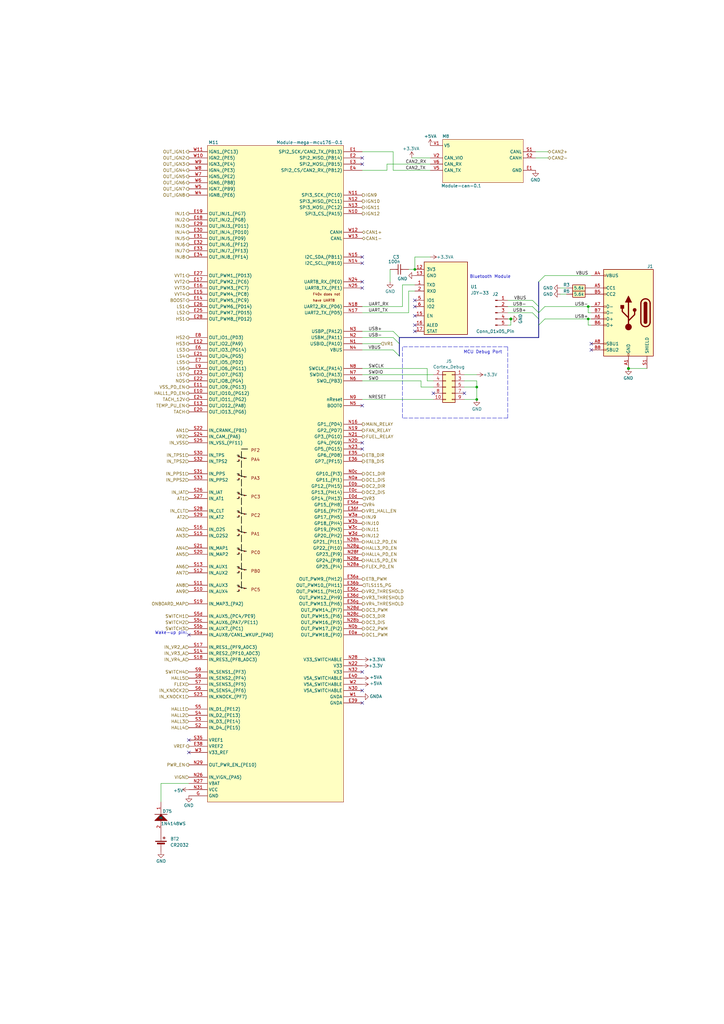
<source format=kicad_sch>
(kicad_sch (version 20230121) (generator eeschema)
  (paper "A3" portrait)
  (lib_symbols
    (symbol "Connector:Conn_01x05_Pin" (pin_names (offset 1.016) hide)
      (property "Reference" "J" (at 0 7.62 0))
      (property "Value" "Conn_01x05_Pin" (at 0 -7.62 0))
      (symbol "Conn_01x05_Pin_1_1"
        (pin passive line (at 5.08 5.08 180) (length 3.81) (name "Pin_1") (number "1"))
        (pin passive line (at 5.08 2.54 180) (length 3.81) (name "Pin_2") (number "2"))
        (pin passive line (at 5.08 0 180) (length 3.81) (name "Pin_3") (number "3"))
        (pin passive line (at 5.08 -2.54 180) (length 3.81) (name "Pin_4") (number "4"))
        (pin passive line (at 5.08 -5.08 180) (length 3.81) (name "Pin_5") (number "5"))
      )
    )
    (symbol "Connector:USB_C_Receptacle_USB2.0" (pin_names (offset 1.016))
      (property "Reference" "J" (at -10.16 19.05 0))
      (property "Value" "USB_C_Receptacle_USB2.0" (at 19.05 19.05 0))
      (symbol "USB_C_Receptacle_USB2.0_1_1"
        (pin passive line (at 0 -22.86 90) (length 5.08) (name "GND") (number "A1"))
        (pin passive line (at 0 -22.86 90) (length 5.08) hide (name "GND") (number "A12"))
        (pin passive line (at 15.24 15.24 180) (length 5.08) (name "VBUS") (number "A4"))
        (pin bidirectional line (at 15.24 10.16 180) (length 5.08) (name "CC1") (number "A5"))
        (pin bidirectional line (at 15.24 -2.54 180) (length 5.08) (name "D+") (number "A6"))
        (pin bidirectional line (at 15.24 2.54 180) (length 5.08) (name "D-") (number "A7"))
        (pin bidirectional line (at 15.24 -12.7 180) (length 5.08) (name "SBU1") (number "A8"))
        (pin passive line (at 15.24 15.24 180) (length 5.08) hide (name "VBUS") (number "A9"))
        (pin passive line (at 0 -22.86 90) (length 5.08) hide (name "GND") (number "B1"))
        (pin passive line (at 0 -22.86 90) (length 5.08) hide (name "GND") (number "B12"))
        (pin passive line (at 15.24 15.24 180) (length 5.08) hide (name "VBUS") (number "B4"))
        (pin bidirectional line (at 15.24 7.62 180) (length 5.08) (name "CC2") (number "B5"))
        (pin bidirectional line (at 15.24 -5.08 180) (length 5.08) (name "D+") (number "B6"))
        (pin bidirectional line (at 15.24 0 180) (length 5.08) (name "D-") (number "B7"))
        (pin bidirectional line (at 15.24 -15.24 180) (length 5.08) (name "SBU2") (number "B8"))
        (pin passive line (at 15.24 15.24 180) (length 5.08) hide (name "VBUS") (number "B9"))
        (pin passive line (at -7.62 -22.86 90) (length 5.08) (name "SHIELD") (number "S1"))
      )
    )
    (symbol "Connector_Generic:Conn_02x05_Odd_Even" (pin_names (offset 1.016) hide)
      (property "Reference" "J" (at 1.27 7.62 0))
      (property "Value" "Conn_02x05_Odd_Even" (at 1.27 -7.62 0))
      (symbol "Conn_02x05_Odd_Even_1_1"
        (pin passive line (at -5.08 5.08 0) (length 3.81) (name "Pin_1") (number "1"))
        (pin passive line (at 7.62 -5.08 180) (length 3.81) (name "Pin_10") (number "10"))
        (pin passive line (at 7.62 5.08 180) (length 3.81) (name "Pin_2") (number "2"))
        (pin passive line (at -5.08 2.54 0) (length 3.81) (name "Pin_3") (number "3"))
        (pin passive line (at 7.62 2.54 180) (length 3.81) (name "Pin_4") (number "4"))
        (pin passive line (at -5.08 0 0) (length 3.81) (name "Pin_5") (number "5"))
        (pin passive line (at 7.62 0 180) (length 3.81) (name "Pin_6") (number "6"))
        (pin passive line (at -5.08 -2.54 0) (length 3.81) (name "Pin_7") (number "7"))
        (pin passive line (at 7.62 -2.54 180) (length 3.81) (name "Pin_8") (number "8"))
        (pin passive line (at -5.08 -5.08 0) (length 3.81) (name "Pin_9") (number "9"))
      )
    )
    (symbol "Device:Battery_Cell" (pin_numbers hide) (pin_names (offset 0) hide)
      (property "Reference" "BT" (at 2.54 2.54 0))
      (property "Value" "Battery_Cell" (at 2.54 0 0))
      (symbol "Battery_Cell_1_1"
        (pin passive line (at 0 5.08 270) (length 2.54) (name "+") (number "1"))
        (pin passive line (at 0 -2.54 90) (length 2.54) (name "-") (number "2"))
      )
    )
    (symbol "JDY-33:JDY-33" (pin_names (offset 1.016))
      (property "Reference" "U18" (at 19.05 1.7781 0))
      (property "Value" "JDY-33" (at 19.05 -0.7619 0))
      (symbol "JDY-33_1_1"
        (pin output line (at -3.81 2.54 0) (length 3.81) (name "TXD") (number "1"))
        (pin power_in line (at -3.81 8.89 0) (length 3.81) (name "3V3") (number "12"))
        (pin power_in line (at -3.81 6.35 0) (length 3.81) (name "GND") (number "13"))
        (pin output line (at -3.81 -10.16 0) (length 3.81) (name "EN") (number "15"))
        (pin output line (at -3.81 -13.97 0) (length 3.81) (name "ALED") (number "16"))
        (pin output line (at -3.81 -16.51 0) (length 3.81) (name "STAT") (number "17"))
        (pin input line (at -3.81 0 0) (length 3.81) (name "RXD") (number "2"))
        (pin passive line (at -3.81 -3.81 0) (length 3.81) (name "IO1") (number "5"))
        (pin passive line (at -3.81 -6.35 0) (length 3.81) (name "IO2") (number "6"))
      )
    )
    (symbol "hellen-one-can-0.1:Module-can-0.1"
      (property "Reference" "M" (at 0 0 0))
      (property "Value" "Module-can-0.1" (at 0 0 0))
      (symbol "Module-can-0.1_1_0"
        (pin passive line (at 38.1 -12.7 180) (length 5.08) (name "GND") (number "E1"))
        (pin passive line (at 38.1 -5.08 180) (length 5.08) (name "CANL") (number "S1"))
        (pin passive line (at 38.1 -7.62 180) (length 5.08) (name "CANH") (number "S2"))
        (pin passive line (at -5.08 -2.54 0) (length 5.08) (name "V5") (number "V1"))
        (pin passive line (at -5.08 -7.62 0) (length 5.08) (name "CAN_VIO") (number "V2"))
        (pin passive line (at -5.08 -12.7 0) (length 5.08) (name "CAN_TX") (number "V5"))
        (pin passive line (at -5.08 -10.16 0) (length 5.08) (name "CAN_RX") (number "V6"))
      )
    )
    (symbol "hellen-one-common:1N4148WS"
      (property "Reference" "D" (at 0 2.54 0))
      (property "Value" "1N4148WS" (at 0 -3.81 0))
      (symbol "1N4148WS_1_0"
        (pin passive line (at 7.62 0 180) (length 5.08) (name "K") (number "1"))
        (pin passive line (at -5.08 0 0) (length 5.08) (name "A") (number "2"))
      )
    )
    (symbol "hellen-one-common:Cap" (pin_numbers hide)
      (property "Reference" "C" (at -3.81 2.54 0))
      (property "Value" "Cap" (at -2.54 -1.27 0))
      (symbol "Cap_1_0"
        (pin passive line (at -3.81 0 0) (length 2.54) (name "") (number "1"))
        (pin passive line (at 3.81 0 180) (length 2.54) (name "") (number "2"))
      )
    )
    (symbol "hellen-one-common:Res" (pin_numbers hide)
      (property "Reference" "R" (at 3.81 2.54 0))
      (property "Value" "Res" (at 5.08 -2.54 0))
      (symbol "Res_1_0"
        (pin passive line (at 0 0 0) (length 2.54) (name "") (number "1"))
        (pin passive line (at 10.16 0 180) (length 2.54) (name "") (number "2"))
      )
    )
    (symbol "hellen-one-mega-mcu176-0.1:Module-mega-mcu176-0.1"
      (property "Reference" "M100" (at 7.62 2.54 0))
      (property "Value" "Module-mega-mcu176-0.1" (at 35.56 -269.24 0))
      (symbol "Module-mega-mcu176-0.1_1_0"
        (text "F40x does not" (at 50.8 -58.42 0) (effects (font (size 1.016 1.016)) (justify left)))
        (text "have UART8" (at 50.8 -60.96 0) (effects (font (size 1.016 1.016)) (justify left)))
        (text "PA1" (at 25.4 -157.48 0) (effects (font (size 1.27 1.27)) (justify left bottom)))
        (text "PA3" (at 25.4 -134.62 0) (effects (font (size 1.27 1.27)) (justify left bottom)))
        (text "PA4" (at 25.4 -127 0) (effects (font (size 1.27 1.27)) (justify left bottom)))
        (text "PB0" (at 25.4 -172.72 0) (effects (font (size 1.27 1.27)) (justify left bottom)))
        (text "PC0" (at 25.4 -165.1 0) (effects (font (size 1.27 1.27)) (justify left bottom)))
        (text "PC2" (at 25.4 -149.86 0) (effects (font (size 1.27 1.27)) (justify left bottom)))
        (text "PC3" (at 25.4 -142.24 0) (effects (font (size 1.27 1.27)) (justify left bottom)))
        (text "PC5" (at 25.4 -180.34 0) (effects (font (size 1.27 1.27)) (justify left bottom)))
        (text "PF2" (at 25.4 -123.19 0) (effects (font (size 1.27 1.27)) (justify left bottom)))
        (pin passive line (at 71.12 -198.12 180) (length 7.62) (name "OUT_PWM18_(PI0)") (number "E0a"))
        (pin passive line (at 71.12 -137.16 180) (length 7.62) (name "GP12_(PH15)") (number "E0b"))
        (pin passive line (at 71.12 -139.7 180) (length 7.62) (name "GP13_(PH14)") (number "E0c"))
        (pin passive line (at 71.12 -142.24 180) (length 7.62) (name "GP14_(PH13)") (number "E0d"))
        (pin passive line (at 71.12 0 180) (length 7.62) (name "SPI2_SCK/CAN2_TX_(PB13)") (number "E1"))
        (pin passive line (at 0 -99.06 0) (length 7.62) (name "OUT_IO10_(PG12)") (number "E10"))
        (pin passive line (at 0 -96.52 0) (length 7.62) (name "OUT_IO9_(PG13)") (number "E11"))
        (pin passive line (at 0 -78.74 0) (length 7.62) (name "OUT_IO2_(PA9)") (number "E12"))
        (pin passive line (at 0 -104.14 0) (length 7.62) (name "OUT_IO12_(PA8)") (number "E13"))
        (pin passive line (at 0 -60.96 0) (length 7.62) (name "OUT_PWM5_(PC9)") (number "E14"))
        (pin passive line (at 0 -58.42 0) (length 7.62) (name "OUT_PWM4_(PC8)") (number "E15"))
        (pin passive line (at 0 -55.88 0) (length 7.62) (name "OUT_PWM3_(PC7)") (number "E16"))
        (pin passive line (at 0 -53.34 0) (length 7.62) (name "OUT_PWM2_(PC6)") (number "E17"))
        (pin passive line (at 0 -27.94 0) (length 7.62) (name "OUT_INJ2_(PG8)") (number "E18"))
        (pin passive line (at 0 -25.4 0) (length 7.62) (name "OUT_INJ1_(PG7)") (number "E19"))
        (pin passive line (at 71.12 -2.54 180) (length 7.62) (name "SPI2_MISO_(PB14)") (number "E2"))
        (pin passive line (at 0 -106.68 0) (length 7.62) (name "OUT_IO13_(PG6)") (number "E20"))
        (pin passive line (at 0 -83.82 0) (length 7.62) (name "OUT_IO4_(PG5)") (number "E21"))
        (pin passive line (at 0 -93.98 0) (length 7.62) (name "OUT_IO8_(PG4)") (number "E22"))
        (pin passive line (at 0 -91.44 0) (length 7.62) (name "OUT_IO7_(PG3)") (number "E23"))
        (pin passive line (at 0 -101.6 0) (length 7.62) (name "OUT_IO11_(PG2)") (number "E24"))
        (pin passive line (at 0 -66.04 0) (length 7.62) (name "OUT_PWM7_(PD15)") (number "E25"))
        (pin passive line (at 0 -63.5 0) (length 7.62) (name "OUT_PWM6_(PD14)") (number "E26"))
        (pin passive line (at 0 -50.8 0) (length 7.62) (name "OUT_PWM1_(PD13)") (number "E27"))
        (pin passive line (at 0 -68.58 0) (length 7.62) (name "OUT_PWM8_(PD12)") (number "E28"))
        (pin passive line (at 0 -30.48 0) (length 7.62) (name "OUT_INJ3_(PD11)") (number "E29"))
        (pin passive line (at 71.12 -5.08 180) (length 7.62) (name "SPI2_MOSI_(PB15)") (number "E3"))
        (pin passive line (at 0 -33.02 0) (length 7.62) (name "OUT_INJ4_(PD10)") (number "E30"))
        (pin passive line (at 0 -35.56 0) (length 7.62) (name "OUT_INJ5_(PD9)") (number "E31"))
        (pin passive line (at 0 -38.1 0) (length 7.62) (name "OUT_INJ6_(PF12)") (number "E32"))
        (pin passive line (at 0 -40.64 0) (length 7.62) (name "OUT_INJ7_(PF13)") (number "E33"))
        (pin passive line (at 0 -43.18 0) (length 7.62) (name "OUT_INJ8_(PF14)") (number "E34"))
        (pin passive line (at 71.12 -124.46 180) (length 7.62) (name "GP6_(PD8)") (number "E35"))
        (pin passive line (at 71.12 -127 180) (length 7.62) (name "GP7_(PF15)") (number "E36"))
        (pin passive line (at 71.12 -175.26 180) (length 7.62) (name "OUT_PWM9_(PH12)") (number "E36a"))
        (pin passive line (at 71.12 -177.8 180) (length 7.62) (name "OUT_PWM10_(PH11)") (number "E36b"))
        (pin passive line (at 71.12 -180.34 180) (length 7.62) (name "OUT_PWM11_(PH10)") (number "E36c"))
        (pin passive line (at 71.12 -182.88 180) (length 7.62) (name "OUT_PWM12_(PH9)") (number "E36d"))
        (pin passive line (at 71.12 -144.78 180) (length 7.62) (name "GP15_(PH8)") (number "E36e"))
        (pin passive line (at 71.12 -147.32 180) (length 7.62) (name "GP16_(PH7)") (number "E36f"))
        (pin passive line (at 71.12 -185.42 180) (length 7.62) (name "OUT_PWM13_(PH6)") (number "E36g"))
        (pin passive line (at 0 -243.84 0) (length 7.62) (name "VREF2") (number "E38"))
        (pin passive line (at 71.12 -226.06 180) (length 7.62) (name "GNDA") (number "E39"))
        (pin passive line (at 71.12 -7.62 180) (length 7.62) (name "SPI2_CS/CAN2_RX_(PB12)") (number "E4"))
        (pin passive line (at 71.12 -215.9 180) (length 7.62) (name "V5A_SWITCHABLE") (number "E40"))
        (pin passive line (at 0 -81.28 0) (length 7.62) (name "OUT_IO3_(PG14)") (number "E6"))
        (pin passive line (at 0 -86.36 0) (length 7.62) (name "OUT_IO5_(PD2)") (number "E7"))
        (pin passive line (at 0 -76.2 0) (length 7.62) (name "OUT_IO1_(PD3)") (number "E8"))
        (pin passive line (at 0 -88.9 0) (length 7.62) (name "OUT_IO6_(PG11)") (number "E9"))
        (pin passive line (at 0 -264.16 0) (length 7.62) (name "GND") (number "G"))
        (pin passive line (at 71.12 -134.62 180) (length 7.62) (name "GP11_(PI1)") (number "N0a"))
        (pin passive line (at 71.12 -195.58 180) (length 7.62) (name "OUT_PWM17_(PI2)") (number "N0b"))
        (pin passive line (at 71.12 -132.08 180) (length 7.62) (name "GP10_(PI3)") (number "N0c"))
        (pin passive line (at 71.12 -78.74 180) (length 7.62) (name "USBID_(PA10)") (number "N1"))
        (pin passive line (at 71.12 -25.4 180) (length 7.62) (name "SPI3_CS_(PA15)") (number "N10"))
        (pin passive line (at 71.12 -17.78 180) (length 7.62) (name "SPI3_SCK_(PC10)") (number "N11"))
        (pin passive line (at 71.12 -20.32 180) (length 7.62) (name "SPI3_MISO_(PC11)") (number "N12"))
        (pin passive line (at 71.12 -22.86 180) (length 7.62) (name "SPI3_MOSI_(PC12)") (number "N13"))
        (pin passive line (at 71.12 -45.72 180) (length 7.62) (name "I2C_SCL_(PB10)") (number "N14"))
        (pin passive line (at 71.12 -43.18 180) (length 7.62) (name "I2C_SDA_(PB11)") (number "N15"))
        (pin passive line (at 71.12 -111.76 180) (length 7.62) (name "GP1_(PD4)") (number "N16"))
        (pin passive line (at 71.12 -66.04 180) (length 7.62) (name "UART2_TX_(PD5)") (number "N17"))
        (pin passive line (at 71.12 -63.5 180) (length 7.62) (name "UART2_RX_(PD6)") (number "N18"))
        (pin passive line (at 71.12 -114.3 180) (length 7.62) (name "GP2_(PD7)") (number "N19"))
        (pin passive line (at 71.12 -76.2 180) (length 7.62) (name "USBM_(PA11)") (number "N2"))
        (pin passive line (at 71.12 -119.38 180) (length 7.62) (name "GP4_(PG9)") (number "N20"))
        (pin passive line (at 71.12 -116.84 180) (length 7.62) (name "GP3_(PG10)") (number "N21"))
        (pin passive line (at 71.12 -210.82 180) (length 7.62) (name "V33") (number "N22"))
        (pin passive line (at 71.12 -121.92 180) (length 7.62) (name "GP5_(PG15)") (number "N23"))
        (pin passive line (at 71.12 -53.34 180) (length 7.62) (name "UART8_RX_(PE0)") (number "N24"))
        (pin passive line (at 71.12 -55.88 180) (length 7.62) (name "UART8_TX_(PE1)") (number "N25"))
        (pin passive line (at 0 -256.54 0) (length 7.62) (name "IN_VIGN_(PA5)") (number "N26"))
        (pin passive line (at 0 -259.08 0) (length 7.62) (name "VBAT") (number "N27"))
        (pin passive line (at 71.12 -208.28 180) (length 7.62) (name "V33_SWITCHABLE") (number "N28"))
        (pin passive line (at 71.12 -170.18 180) (length 7.62) (name "GP25_(PI4)") (number "N28a"))
        (pin passive line (at 71.12 -193.04 180) (length 7.62) (name "OUT_PWM16_(PI5)") (number "N28b"))
        (pin passive line (at 71.12 -190.5 180) (length 7.62) (name "OUT_PWM15_(PI6)") (number "N28c"))
        (pin passive line (at 71.12 -187.96 180) (length 7.62) (name "OUT_PWM14_(PI7)") (number "N28d"))
        (pin passive line (at 71.12 -167.64 180) (length 7.62) (name "GP24_(PI8)") (number "N28e"))
        (pin passive line (at 71.12 -165.1 180) (length 7.62) (name "GP23_(PI9)") (number "N28f"))
        (pin passive line (at 71.12 -162.56 180) (length 7.62) (name "GP22_(PI10)") (number "N28g"))
        (pin passive line (at 71.12 -160.02 180) (length 7.62) (name "GP21_(PI11)") (number "N28h"))
        (pin passive line (at 0 -251.46 0) (length 7.62) (name "OUT_PWR_EN_(PE10)") (number "N29"))
        (pin passive line (at 71.12 -73.66 180) (length 7.62) (name "USBP_(PA12)") (number "N3"))
        (pin passive line (at 71.12 -220.98 180) (length 7.62) (name "V5A_SWITCHABLE") (number "N30"))
        (pin passive line (at 0 -261.62 0) (length 7.62) (name "VCC") (number "N31"))
        (pin passive line (at 71.12 -213.36 180) (length 7.62) (name "V33") (number "N32"))
        (pin passive line (at 71.12 -81.28 180) (length 7.62) (name "VBUS") (number "N4"))
        (pin passive line (at 71.12 -104.14 180) (length 7.62) (name "BOOT0") (number "N5"))
        (pin passive line (at 71.12 -93.98 180) (length 7.62) (name "SWO_(PB3)") (number "N6"))
        (pin passive line (at 71.12 -91.44 180) (length 7.62) (name "SWDIO_(PA13)") (number "N7"))
        (pin passive line (at 71.12 -88.9 180) (length 7.62) (name "SWCLK_(PA14)") (number "N8"))
        (pin passive line (at 71.12 -101.6 180) (length 7.62) (name "nReset") (number "N9"))
        (pin passive line (at 0 -180.34 0) (length 7.62) (name "IN_AUX4") (number "S10"))
        (pin passive line (at 0 -177.8 0) (length 7.62) (name "IN_AUX3") (number "S11"))
        (pin passive line (at 0 -172.72 0) (length 7.62) (name "IN_AUX2") (number "S12"))
        (pin passive line (at 0 -170.18 0) (length 7.62) (name "IN_AUX1") (number "S13"))
        (pin passive line (at 0 -205.74 0) (length 7.62) (name "IN_RES2_(PF10_ADC3)") (number "S14"))
        (pin passive line (at 0 -157.48 0) (length 7.62) (name "IN_O2S2") (number "S15"))
        (pin passive line (at 0 -154.94 0) (length 7.62) (name "IN_O2S") (number "S16"))
        (pin passive line (at 0 -203.2 0) (length 7.62) (name "IN_RES1_(PF9_ADC3)") (number "S17"))
        (pin passive line (at 0 -208.28 0) (length 7.62) (name "IN_RES3_(PF8_ADC3)") (number "S18"))
        (pin passive line (at 0 -185.42 0) (length 7.62) (name "IN_MAP3_(PA2)") (number "S19"))
        (pin passive line (at 0 -236.22 0) (length 7.62) (name "IN_D4_(PE15)") (number "S2"))
        (pin passive line (at 0 -165.1 0) (length 7.62) (name "IN_MAP2") (number "S20"))
        (pin passive line (at 0 -162.56 0) (length 7.62) (name "IN_MAP1") (number "S21"))
        (pin passive line (at 0 -114.3 0) (length 7.62) (name "IN_CRANK_(PB1)") (number "S22"))
        (pin passive line (at 0 -223.52 0) (length 7.62) (name "IN_KNOCK_(PF7)") (number "S23"))
        (pin passive line (at 0 -116.84 0) (length 7.62) (name "IN_CAM_(PA6)") (number "S24"))
        (pin passive line (at 0 -119.38 0) (length 7.62) (name "IN_VSS_(PF11)") (number "S25"))
        (pin passive line (at 0 -139.7 0) (length 7.62) (name "IN_IAT") (number "S26"))
        (pin passive line (at 0 -142.24 0) (length 7.62) (name "IN_AT1") (number "S27"))
        (pin passive line (at 0 -147.32 0) (length 7.62) (name "IN_CLT") (number "S28"))
        (pin passive line (at 0 -149.86 0) (length 7.62) (name "IN_AT2") (number "S29"))
        (pin passive line (at 0 -233.68 0) (length 7.62) (name "IN_D3_(PE14)") (number "S3"))
        (pin passive line (at 0 -124.46 0) (length 7.62) (name "IN_TPS") (number "S30"))
        (pin passive line (at 0 -132.08 0) (length 7.62) (name "IN_PPS") (number "S31"))
        (pin passive line (at 0 -127 0) (length 7.62) (name "IN_TPS2") (number "S32"))
        (pin passive line (at 0 -134.62 0) (length 7.62) (name "IN_PPS2") (number "S33"))
        (pin passive line (at 0 -241.3 0) (length 7.62) (name "VREF1") (number "S35"))
        (pin passive line (at 0 -231.14 0) (length 7.62) (name "IN_D2_(PE13)") (number "S4"))
        (pin passive line (at 0 -228.6 0) (length 7.62) (name "IN_D1_(PE12)") (number "S5"))
        (pin passive line (at 0 -198.12 0) (length 7.62) (name "IN_AUX8/CAN1_WKUP_(PA0)") (number "S5a"))
        (pin passive line (at 0 -195.58 0) (length 7.62) (name "IN_AUX7_(PC1)") (number "S5b"))
        (pin passive line (at 0 -193.04 0) (length 7.62) (name "IN_AUX6_(PA7/PE11)") (number "S5c"))
        (pin passive line (at 0 -190.5 0) (length 7.62) (name "IN_AUX5_(PC4/PE9)") (number "S5d"))
        (pin passive line (at 0 -220.98 0) (length 7.62) (name "IN_SENS4_(PF6)") (number "S6"))
        (pin passive line (at 0 -218.44 0) (length 7.62) (name "IN_SENS3_(PF5)") (number "S7"))
        (pin passive line (at 0 -215.9 0) (length 7.62) (name "IN_SENS2_(PF4)") (number "S8"))
        (pin passive line (at 0 -213.36 0) (length 7.62) (name "IN_SENS1_(PF3)") (number "S9"))
        (pin passive line (at 71.12 -223.52 180) (length 7.62) (name "GNDA") (number "W1"))
        (pin passive line (at 0 -2.54 0) (length 7.62) (name "IGN2_(PE5)") (number "W10"))
        (pin passive line (at 0 0 0) (length 7.62) (name "IGN1_(PC13)") (number "W11"))
        (pin passive line (at 71.12 -33.02 180) (length 7.62) (name "CANH") (number "W12"))
        (pin passive line (at 71.12 -35.56 180) (length 7.62) (name "CANL") (number "W13"))
        (pin passive line (at 71.12 -218.44 180) (length 7.62) (name "V5A_SWITCHABLE") (number "W2"))
        (pin passive line (at 0 -246.38 0) (length 7.62) (name "V33_REF") (number "W3"))
        (pin passive line (at 71.12 -149.86 180) (length 7.62) (name "GP17_(PH5)") (number "W3a"))
        (pin passive line (at 71.12 -152.4 180) (length 7.62) (name "GP18_(PH4)") (number "W3b"))
        (pin passive line (at 71.12 -154.94 180) (length 7.62) (name "GP19_(PH3)") (number "W3c"))
        (pin passive line (at 71.12 -157.48 180) (length 7.62) (name "GP20_(PH2)") (number "W3d"))
        (pin passive line (at 0 -17.78 0) (length 7.62) (name "IGN8_(PE6)") (number "W4"))
        (pin passive line (at 0 -15.24 0) (length 7.62) (name "IGN7_(PB9)") (number "W5"))
        (pin passive line (at 0 -12.7 0) (length 7.62) (name "IGN6_(PB8)") (number "W6"))
        (pin passive line (at 0 -10.16 0) (length 7.62) (name "IGN5_(PE2)") (number "W7"))
        (pin passive line (at 0 -7.62 0) (length 7.62) (name "IGN4_(PE3)") (number "W8"))
        (pin passive line (at 0 -5.08 0) (length 7.62) (name "IGN3_(PE4)") (number "W9"))
      )
    )
    (symbol "power:+3.3V" (power) (pin_names (offset 0))
      (property "Value" "+3.3V" (at 0 3.556 0))
      (symbol "+3.3V_1_1"
        (pin power_in line (at 0 0 90) (length 0) hide (name "+3.3V") (number "1"))
      )
    )
    (symbol "power:+3.3VA" (power) (pin_names (offset 0))
      (property "Value" "+3.3VA" (at 0 3.556 0))
      (symbol "+3.3VA_1_1"
        (pin power_in line (at 0 0 90) (length 0) hide (name "+3.3VA") (number "1"))
      )
    )
    (symbol "power:+5V" (power) (pin_names (offset 0))
      (property "Value" "+5V" (at 0 3.556 0))
      (symbol "+5V_1_1"
        (pin power_in line (at 0 0 90) (length 0) hide (name "+5V") (number "1"))
      )
    )
    (symbol "power:+5VA" (power) (pin_names (offset 0))
      (property "Value" "+5VA" (at 0 3.556 0))
      (symbol "+5VA_1_1"
        (pin power_in line (at 0 0 90) (length 0) hide (name "+5VA") (number "1"))
      )
    )
    (symbol "power:GND" (power) (pin_names (offset 0))
      (property "Value" "GND" (at 0 -3.81 0))
      (symbol "GND_1_1"
        (pin power_in line (at 0 0 270) (length 0) hide (name "GND") (number "1"))
      )
    )
    (symbol "power:GNDA" (power) (pin_names (offset 0))
      (property "Value" "GNDA" (at 0 -3.81 0))
      (symbol "GNDA_1_1"
        (pin power_in line (at 0 0 270) (length 0) hide (name "GNDA") (number "1"))
      )
    )
  )
  (junction (at 195.58 163.83))
  (junction (at 257.81 151.13) (diameter 1.016))
  (junction (at 241.3 130.81))
  (junction (at 209.55 130.81) (diameter 1.016))
  (junction (at 241.3 125.73))
  (junction (at 195.58 158.75))
  (junction (at 170.18 110.49))
  (no_connect (at 77.47 260.35))
  (no_connect (at 148.59 288.29))
  (no_connect (at 242.57 143.51))
  (no_connect (at 148.59 275.59))
  (no_connect (at 170.18 129.54))
  (no_connect (at 148.59 283.21))
  (no_connect (at 148.59 115.57))
  (no_connect (at 170.18 135.89))
  (no_connect (at 148.59 64.77))
  (no_connect (at 170.18 133.35))
  (no_connect (at 148.59 166.37))
  (no_connect (at 177.8 161.29))
  (no_connect (at 148.59 184.15))
  (no_connect (at 170.18 123.19))
  (no_connect (at 148.59 118.11))
  (no_connect (at 190.5 161.29))
  (no_connect (at 148.59 107.95))
  (no_connect (at 148.59 67.31))
  (no_connect (at 170.18 125.73))
  (no_connect (at 77.47 303.53))
  (no_connect (at 148.59 105.41))
  (no_connect (at 148.59 181.61))
  (no_connect (at 77.47 308.61))
  (no_connect (at 242.57 140.97))
  (bus_entry (at 218.44 125.73) (size 2.54 2.54))
  (bus_entry (at 223.52 130.81) (size -2.54 2.54) (stroke (width 0.1524)))
  (bus_entry (at 218.44 128.27) (size 2.54 2.54))
  (bus_entry (at 161.29 138.43) (size 2.54 2.54) (stroke (width 0.1524)))
  (bus_entry (at 218.44 123.19) (size 2.54 2.54))
  (bus_entry (at 161.29 143.51) (size 2.54 2.54) (stroke (width 0.1524)))
  (bus_entry (at 223.52 125.73) (size -2.54 2.54) (stroke (width 0.1524)))
  (bus_entry (at 161.29 135.89) (size 2.54 2.54) (stroke (width 0.1524)))
  (bus_entry (at 223.52 113.03) (size -2.54 2.54) (stroke (width 0.1524)))
  (bus (pts (xy 220.98 125.73) (xy 220.98 128.27)))
  (wire (pts (xy 170.18 105.41) (xy 170.18 110.49)))
  (bus (pts (xy 163.83 140.97) (xy 163.83 146.05)))
  (wire (pts (xy 165.1 125.73) (xy 165.1 116.84)))
  (wire (pts (xy 219.71 64.77) (xy 224.79 64.77)))
  (wire (pts (xy 66.04 321.31) (xy 66.04 328.93)))
  (wire (pts (xy 229.87 120.65) (xy 232.41 120.65)))
  (wire (pts (xy 167.64 110.49) (xy 170.18 110.49)))
  (wire (pts (xy 209.55 133.35) (xy 209.55 130.81)))
  (wire (pts (xy 148.59 128.27) (xy 167.64 128.27)))
  (wire (pts (xy 148.59 151.13) (xy 175.26 151.13)))
  (wire (pts (xy 148.59 153.67) (xy 177.8 153.67)))
  (wire (pts (xy 161.29 69.85) (xy 176.53 69.85)))
  (wire (pts (xy 156.21 140.97) (xy 148.59 140.97)))
  (wire (pts (xy 242.57 130.81) (xy 241.3 130.81)))
  (wire (pts (xy 229.87 118.11) (xy 232.41 118.11)))
  (wire (pts (xy 148.59 135.89) (xy 161.29 135.89)))
  (wire (pts (xy 177.8 156.21) (xy 175.26 156.21)))
  (wire (pts (xy 148.59 143.51) (xy 161.29 143.51)))
  (wire (pts (xy 158.75 69.85) (xy 158.75 67.31)))
  (wire (pts (xy 148.59 125.73) (xy 165.1 125.73)))
  (wire (pts (xy 195.58 158.75) (xy 195.58 163.83)))
  (wire (pts (xy 148.59 156.21) (xy 172.72 156.21)))
  (wire (pts (xy 177.8 158.75) (xy 172.72 158.75)))
  (wire (pts (xy 161.29 62.23) (xy 161.29 69.85)))
  (wire (pts (xy 219.71 62.23) (xy 224.79 62.23)))
  (wire (pts (xy 241.3 128.27) (xy 241.3 125.73)))
  (wire (pts (xy 195.58 153.67) (xy 190.5 153.67)))
  (wire (pts (xy 218.44 128.27) (xy 208.28 128.27)))
  (wire (pts (xy 195.58 163.83) (xy 190.5 163.83)))
  (polyline (pts (xy 165.1 171.45) (xy 165.1 142.24)) (stroke (width 0) (type dash)))
  (wire (pts (xy 190.5 156.21) (xy 195.58 156.21)))
  (wire (pts (xy 241.3 133.35) (xy 241.3 130.81)))
  (wire (pts (xy 170.18 116.84) (xy 165.1 116.84)))
  (bus (pts (xy 220.98 133.35) (xy 220.98 138.43)))
  (polyline (pts (xy 208.28 142.24) (xy 165.1 142.24)) (stroke (width 0) (type dash)))
  (wire (pts (xy 160.02 115.57) (xy 160.02 110.49)))
  (wire (pts (xy 208.28 133.35) (xy 209.55 133.35)))
  (wire (pts (xy 241.3 130.81) (xy 223.52 130.81)))
  (wire (pts (xy 167.64 128.27) (xy 167.64 119.38)))
  (wire (pts (xy 148.59 138.43) (xy 161.29 138.43)))
  (wire (pts (xy 158.75 67.31) (xy 176.53 67.31)))
  (wire (pts (xy 218.44 125.73) (xy 208.28 125.73)))
  (wire (pts (xy 265.43 151.13) (xy 257.81 151.13)))
  (wire (pts (xy 148.59 69.85) (xy 158.75 69.85)))
  (bus (pts (xy 220.98 115.57) (xy 220.98 125.73)))
  (wire (pts (xy 172.72 158.75) (xy 172.72 156.21)))
  (wire (pts (xy 195.58 156.21) (xy 195.58 158.75)))
  (polyline (pts (xy 208.28 171.45) (xy 208.28 142.24)) (stroke (width 0) (type dash)))
  (wire (pts (xy 148.59 163.83) (xy 177.8 163.83)))
  (wire (pts (xy 242.57 133.35) (xy 241.3 133.35)))
  (bus (pts (xy 220.98 138.43) (xy 163.83 138.43)))
  (wire (pts (xy 223.52 113.03) (xy 242.57 113.03)))
  (wire (pts (xy 175.26 156.21) (xy 175.26 151.13)))
  (wire (pts (xy 148.59 62.23) (xy 161.29 62.23)))
  (wire (pts (xy 209.55 130.81) (xy 208.28 130.81)))
  (wire (pts (xy 218.44 123.19) (xy 208.28 123.19)))
  (bus (pts (xy 220.98 128.27) (xy 220.98 130.81)))
  (bus (pts (xy 220.98 130.81) (xy 220.98 133.35)))
  (wire (pts (xy 168.91 64.77) (xy 176.53 64.77)))
  (wire (pts (xy 170.18 105.41) (xy 176.53 105.41)))
  (wire (pts (xy 242.57 125.73) (xy 241.3 125.73)))
  (wire (pts (xy 242.57 128.27) (xy 241.3 128.27)))
  (polyline (pts (xy 208.28 171.45) (xy 165.1 171.45)) (stroke (width 0) (type dash)))
  (wire (pts (xy 241.3 125.73) (xy 223.52 125.73)))
  (bus (pts (xy 163.83 138.43) (xy 163.83 140.97)))
  (wire (pts (xy 190.5 158.75) (xy 195.58 158.75)))
  (wire (pts (xy 167.64 119.38) (xy 170.18 119.38)))
  (wire (pts (xy 66.04 321.31) (xy 77.47 321.31)))
  (text "Bluetooth Module" (at 209.55 114.3 0) (effects (font (size 1.27 1.27)) (justify right bottom)))
  (text "MCU Debug Port" (at 206.0246 145.2123 0) (effects (font (size 1.27 1.27)) (justify right bottom)))
  (text "Wake-up pin:" (at 63.5 260.35 0) (effects (font (size 1.27 1.27)) (justify left bottom)))
  (label "USB-" (at 151.13 138.43 0))
  (label "SWDIO" (at 151.13 153.67 0))
  (label "VBUS" (at 210.82 123.19 0))
  (label "CAN2_RX" (at 166.37 67.31 0))
  (label "CAN2_TX" (at 166.37 69.85 0))
  (label "USB+" (at 241.3 130.81 180))
  (label "NRESET" (at 151.13 163.83 0))
  (label "VBUS" (at 151.13 143.51 0))
  (label "USB+" (at 215.9 128.27 180))
  (label "VBUS" (at 236.22 113.03 0))
  (label "USB-" (at 241.3 125.73 180))
  (label "UART_TX" (at 151.13 128.27 0))
  (label "SWO" (at 151.13 156.21 0))
  (label "USB+" (at 151.13 135.89 0))
  (label "UART_RX" (at 151.13 125.73 0))
  (label "SWCLK" (at 151.13 151.13 0))
  (label "USB-" (at 215.9 125.73 180))
  (hierarchical_label "HS3" (shape output) (at 77.47 140.97 180))
  (hierarchical_label "LS7" (shape output) (at 77.47 153.67 180))
  (hierarchical_label "IN_PPS2" (shape input) (at 77.47 196.85 180))
  (hierarchical_label "FUEL_RELAY" (shape output) (at 148.59 179.07 0))
  (hierarchical_label "IN_TPS1" (shape input) (at 77.47 186.69 180))
  (hierarchical_label "INJ4" (shape output) (at 77.47 95.25 180))
  (hierarchical_label "INJ10" (shape output) (at 148.59 214.63 0))
  (hierarchical_label "OUT_IGN5" (shape output) (at 77.47 72.39 180))
  (hierarchical_label "AN1" (shape input) (at 77.47 176.53 180))
  (hierarchical_label "HALL1" (shape input) (at 77.47 290.83 180))
  (hierarchical_label "DC1_DIS" (shape output) (at 148.59 196.85 0))
  (hierarchical_label "VVT1" (shape output) (at 77.47 113.03 180))
  (hierarchical_label "IN_PPS1" (shape input) (at 77.47 194.31 180))
  (hierarchical_label "INJ3" (shape output) (at 77.47 92.71 180))
  (hierarchical_label "ETB_DIS" (shape output) (at 148.59 189.23 0))
  (hierarchical_label "LS2" (shape output) (at 77.47 128.27 180))
  (hierarchical_label "INJ7" (shape output) (at 77.47 102.87 180))
  (hierarchical_label "AN3" (shape input) (at 77.47 219.71 180))
  (hierarchical_label "DC2_DIS" (shape output) (at 148.59 201.93 0))
  (hierarchical_label "DC3_DIR" (shape output) (at 148.59 252.73 0))
  (hierarchical_label "HALL3_PD_EN" (shape output) (at 148.59 224.79 0))
  (hierarchical_label "ONBOARD_MAP" (shape input) (at 77.47 247.65 180))
  (hierarchical_label "VR4" (shape input) (at 148.59 207.01 0))
  (hierarchical_label "AT2" (shape input) (at 77.47 212.09 180))
  (hierarchical_label "SWITCH4" (shape input) (at 77.47 275.59 180))
  (hierarchical_label "OUT_IGN8" (shape output) (at 77.47 80.01 180))
  (hierarchical_label "HALL3" (shape input) (at 77.47 295.91 180))
  (hierarchical_label "CAN2-" (shape bidirectional) (at 224.79 64.77 0))
  (hierarchical_label "DC3_PWM" (shape output) (at 148.59 250.19 0))
  (hierarchical_label "DC1_PWM" (shape output) (at 148.59 260.35 0))
  (hierarchical_label "AT1" (shape input) (at 77.47 204.47 180))
  (hierarchical_label "IGN10" (shape output) (at 148.59 82.55 0))
  (hierarchical_label "VR2_THRESHOLD" (shape output) (at 148.59 242.57 0))
  (hierarchical_label "AN6" (shape input) (at 77.47 232.41 180))
  (hierarchical_label "VVT4" (shape output) (at 77.47 120.65 180))
  (hierarchical_label "OUT_IGN1" (shape output) (at 77.47 62.23 180))
  (hierarchical_label "HS1" (shape output) (at 77.47 130.81 180))
  (hierarchical_label "OUT_IGN6" (shape output) (at 77.47 74.93 180))
  (hierarchical_label "INJ9" (shape output) (at 148.59 212.09 0))
  (hierarchical_label "HS2" (shape output) (at 77.47 138.43 180))
  (hierarchical_label "IN_CLT" (shape input) (at 77.47 209.55 180))
  (hierarchical_label "NOS" (shape output) (at 77.47 156.21 180))
  (hierarchical_label "VVT2" (shape output) (at 77.47 115.57 180))
  (hierarchical_label "LS3" (shape output) (at 77.47 143.51 180))
  (hierarchical_label "INJ1" (shape output) (at 77.47 87.63 180))
  (hierarchical_label "VVT3" (shape output) (at 77.47 118.11 180))
  (hierarchical_label "TACH" (shape output) (at 77.47 168.91 180))
  (hierarchical_label "PWR_EN" (shape output) (at 77.47 313.69 180))
  (hierarchical_label "OUT_IGN3" (shape output) (at 77.47 67.31 180))
  (hierarchical_label "IGN11" (shape output) (at 148.59 85.09 0))
  (hierarchical_label "DC1_DIR" (shape output) (at 148.59 194.31 0))
  (hierarchical_label "HALL2" (shape input) (at 77.47 293.37 180))
  (hierarchical_label "INJ8" (shape output) (at 77.47 105.41 180))
  (hierarchical_label "AN4" (shape input) (at 77.47 224.79 180))
  (hierarchical_label "VR3_THRESHOLD" (shape output) (at 148.59 245.11 0))
  (hierarchical_label "IN_VR3_A" (shape input) (at 77.47 267.97 180))
  (hierarchical_label "DC3_DIS" (shape output) (at 148.59 255.27 0))
  (hierarchical_label "VR3" (shape input) (at 148.59 204.47 0))
  (hierarchical_label "DC2_PWM" (shape output) (at 148.59 257.81 0))
  (hierarchical_label "LS4" (shape output) (at 77.47 146.05 180))
  (hierarchical_label "TEMP_PU_EN" (shape output) (at 77.47 166.37 180))
  (hierarchical_label "VR2" (shape input) (at 77.47 179.07 180))
  (hierarchical_label "FLEX_PD_EN" (shape output) (at 148.59 232.41 0))
  (hierarchical_label "AN2" (shape input) (at 77.47 217.17 180))
  (hierarchical_label "HALL1_PD_EN" (shape output) (at 77.47 161.29 180))
  (hierarchical_label "LS5" (shape output) (at 77.47 148.59 180))
  (hierarchical_label "OUT_IGN2" (shape output) (at 77.47 64.77 180))
  (hierarchical_label "OUT_IGN7" (shape output) (at 77.47 77.47 180))
  (hierarchical_label "VSS_PD_EN" (shape output) (at 77.47 158.75 180))
  (hierarchical_label "FLEX" (shape input) (at 77.47 280.67 180))
  (hierarchical_label "LS6" (shape output) (at 77.47 151.13 180))
  (hierarchical_label "INJ12" (shape output) (at 148.59 219.71 0))
  (hierarchical_label "CAN1-" (shape bidirectional) (at 148.59 97.79 0))
  (hierarchical_label "INJ2" (shape output) (at 77.47 90.17 180))
  (hierarchical_label "ETB_DIR" (shape output) (at 148.59 186.69 0))
  (hierarchical_label "BOOST" (shape output) (at 77.47 123.19 180))
  (hierarchical_label "IN_KNOCK1" (shape input) (at 77.47 285.75 180))
  (hierarchical_label "AN9" (shape input) (at 77.47 242.57 180))
  (hierarchical_label "SWITCH1" (shape input) (at 77.47 252.73 180))
  (hierarchical_label "IN_IAT" (shape input) (at 77.47 201.93 180))
  (hierarchical_label "HALL2_PD_EN" (shape output) (at 148.59 222.25 0))
  (hierarchical_label "SWITCH3" (shape input) (at 77.47 257.81 180))
  (hierarchical_label "IGN9" (shape output) (at 148.59 80.01 0))
  (hierarchical_label "IN_VR4_A" (shape input) (at 77.47 270.51 180))
  (hierarchical_label "IN_KNOCK2" (shape input) (at 77.47 283.21 180))
  (hierarchical_label "AN7" (shape input) (at 77.47 234.95 180))
  (hierarchical_label "HALL5" (shape input) (at 77.47 278.13 180))
  (hierarchical_label "SWITCH2" (shape input) (at 77.47 255.27 180))
  (hierarchical_label "VIGN" (shape input) (at 77.47 318.77 180))
  (hierarchical_label "INJ5" (shape output) (at 77.47 97.79 180))
  (hierarchical_label "OUT_IGN4" (shape output) (at 77.47 69.85 180))
  (hierarchical_label "TACH_12V" (shape output) (at 77.47 163.83 180))
  (hierarchical_label "VR1_HALL_EN" (shape output) (at 148.59 209.55 0))
  (hierarchical_label "VR4_THRESHOLD" (shape output) (at 148.59 247.65 0))
  (hierarchical_label "IGN12" (shape output) (at 148.59 87.63 0))
  (hierarchical_label "DC2_DIR" (shape output) (at 148.59 199.39 0))
  (hierarchical_label "HALL4_PD_EN" (shape output) (at 148.59 227.33 0))
  (hierarchical_label "HALL5_PD_EN" (shape output) (at 148.59 229.87 0))
  (hierarchical_label "INJ6" (shape output) (at 77.47 100.33 180))
  (hierarchical_label "HALL4" (shape input) (at 77.47 298.45 180))
  (hierarchical_label "VREF" (shape output) (at 77.47 306.07 180))
  (hierarchical_label "FAN_RELAY" (shape output) (at 148.59 176.53 0))
  (hierarchical_label "IN_TPS2" (shape input) (at 77.47 189.23 180))
  (hierarchical_label "INJ11" (shape output) (at 148.59 217.17 0))
  (hierarchical_label "VR1" (shape input) (at 156.21 140.97 0))
  (hierarchical_label "MAIN_RELAY" (shape output) (at 148.59 173.99 0))
  (hierarchical_label "CAN1+" (shape bidirectional) (at 148.59 95.25 0))
  (hierarchical_label "IN_VSS" (shape input) (at 77.47 181.61 180))
  (hierarchical_label "IN_VR2_A" (shape input) (at 77.47 265.43 180))
  (hierarchical_label "ETB_PWM" (shape output) (at 148.59 237.49 0))
  (hierarchical_label "CAN2+" (shape bidirectional) (at 224.79 62.23 0))
  (hierarchical_label "TLS115_PG" (shape input) (at 148.59 240.03 0))
  (hierarchical_label "AN8" (shape input) (at 77.47 240.03 180))
  (hierarchical_label "LS1" (shape output) (at 77.47 125.73 180))
  (hierarchical_label "AN5" (shape input) (at 77.47 227.33 180))
  (symbol (lib_id "power:GND") (at 229.87 118.11 270) (mirror x) (unit 1)
    (property "Reference" "#PWR010" (effects hide))
    (property "Value" "GND" (at 224.79 118.11 90))
    (instances (project "alphax_8ch" (path "" (reference "#PWR010") (unit 1)) (path "" (reference "#PWR0102") (unit 1))))
  )
  (symbol (lib_id "power:+5VA") (at 148.59 280.67 270) (mirror x) (unit 1)
    (property "Reference" "#PWR068" (effects hide))
    (property "Value" "+5VA" (at 154.1844 280.3017 90))
    (instances (project "alphax_8ch" (path "" (reference "#PWR068") (unit 1)) (path "" (reference "#PWR079") (unit 1))))
  )
  (symbol (lib_id "hellen-one-common:1N4148WS") (at 66.04 336.55 90) (unit 1)
    (property "Reference" "D75" (at 68.58 332.74 90))
    (property "Value" "1N4148WS" (at 71.12 337.82 90))
    (property "Footprint" "hellen-one-common:SOD-323" (effects hide))
    (property "LCSC" "C2128" (effects hide))
    (instances (project "alphax_8ch" (path "" (reference "D75") (unit 1)) (path "" (reference "D81") (unit 1))))
  )
  (symbol (lib_id "hellen-one-common:Res") (at 232.41 118.11 0) (mirror x) (unit 1)
    (property "Reference" "R3" (at 232.41 116.84 0))
    (property "Value" "5.6k" (at 237.49 118.11 0))
    (property "Footprint" "hellen-one-common:R0603" (effects hide))
    (property "LCSC" "C23189" (effects hide))
    (instances (project "alphax_8ch" (path "" (reference "R3") (unit 1)) (path "" (reference "R21") (unit 1))))
  )
  (symbol (lib_id "JDY-33:JDY-33") (at 173.99 119.38 0) (unit 1)
    (property "Reference" "U1" (at 193.04 117.602 0) (effects (justify left)))
    (property "Value" "JDY-33" (at 193.04 120.142 0) (effects (justify left)))
    (property "Footprint" "kicad6-libraries:JDY-33" (effects hide))
    (property "Datasheet" "https://datasheet.lcsc.com/lcsc/2106070033_QIACHIP-WL9981TC_C2689544.pdf" (effects hide))
    (property "PARTREV" "v1.0" (effects hide))
    (property "MF" "HuiCheng" (effects hide))
    (property "STANDARD" "Manufacturer Recommendations" (effects hide))
    (instances (project "alphax_8ch" (path "" (reference "U1") (unit 1)) (path "" (reference "U3") (unit 1))))
  )
  (symbol (lib_id "Device:Battery_Cell") (at 66.04 346.71 0) (unit 1)
    (property "Reference" "BT2" (at 69.85 344.043 0) (effects (justify left)))
    (property "Value" "CR2032" (at 69.85 346.583 0) (effects (justify left)))
    (property "Footprint" "Battery:BatteryHolder_Keystone_1060_1x2032" (effects hide))
    (property "LCSC" "C70377" (effects hide))
  )
  (symbol (lib_id "power:+5V") (at 77.47 323.85 90) (mirror x) (unit 1)
    (property "Reference" "#PWR022" (effects hide))
    (property "Value" "+5V" (at 73.1456 324.2183 90))
    (instances (project "alphax_8ch" (path "" (reference "#PWR022") (unit 1)) (path "" (reference "#PWR073") (unit 1))))
  )
  (symbol (lib_id "power:GND") (at 209.55 130.81 90) (unit 1)
    (property "Reference" "#PWR012" (effects hide))
    (property "Value" "GND" (at 213.4934 130.7592 0))
    (instances (project "alphax_8ch" (path "" (reference "#PWR012") (unit 1)) (path "" (reference "#PWR097") (unit 1))))
  )
  (symbol (lib_id "power:GNDA") (at 148.59 285.75 90) (unit 1)
    (property "Reference" "#PWR072" (effects hide))
    (property "Value" "GNDA" (at 154.1844 285.6357 90))
    (instances (project "alphax_8ch" (path "" (reference "#PWR072") (unit 1)) (path "" (reference "#PWR081") (unit 1))))
  )
  (symbol (lib_id "Connector:USB_C_Receptacle_USB2.0") (at 257.81 128.27 0) (mirror y) (unit 1)
    (property "Reference" "J1" (at 266.7 109.22 0))
    (property "Value" "USB_C_Receptacle_USB2.0" (effects hide))
    (property "Footprint" "Connector_USB:USB_C_Receptacle_XKB_U262-16XN-4BVC11" (effects hide))
    (property "Datasheet" "https://www.usb.org/sites/default/files/documents/usb_type-c.zip" (effects hide))
    (property "LCSC" "C2927038" (effects hide))
    (instances (project "alphax_8ch" (path "" (reference "J1") (unit 1)) (path "" (reference "J13") (unit 1))))
  )
  (symbol (lib_id "power:GND") (at 195.58 163.83 0) (unit 1)
    (property "Reference" "#PWR081" (effects hide))
    (property "Value" "GND" (at 195.6308 167.7734 0))
    (instances (project "alphax_8ch" (path "" (reference "#PWR081") (unit 1)) (path "" (reference "#PWR093") (unit 1))))
  )
  (symbol (lib_id "power:+3.3V") (at 195.58 153.67 270) (unit 1)
    (property "Reference" "#PWR092" (effects hide))
    (property "Value" "+3.3V" (at 198.12 153.67 90) (effects (justify left)))
  )
  (symbol (lib_id "power:GND") (at 77.47 326.39 0) (mirror y) (unit 1)
    (property "Reference" "#PWR030" (effects hide))
    (property "Value" "GND" (at 77.4192 330.3334 0))
    (instances (project "alphax_8ch" (path "" (reference "#PWR030") (unit 1)) (path "" (reference "#PWR074") (unit 1))))
  )
  (symbol (lib_id "power:+5VA") (at 148.59 278.13 270) (mirror x) (unit 1)
    (property "Reference" "#PWR067" (effects hide))
    (property "Value" "+5VA" (at 154.1844 277.7617 90))
    (instances (project "alphax_8ch" (path "" (reference "#PWR067") (unit 1)) (path "" (reference "#PWR078") (unit 1))))
  )
  (symbol (lib_id "Connector:Conn_01x05_Pin") (at 203.2 128.27 0) (unit 1)
    (property "Reference" "J2" (at 203.2 120.65 0))
    (property "Value" "Conn_01x05_Pin" (at 203.2 135.89 0))
    (property "Footprint" "Connector_Molex:Molex_SPOX_5267-05A_1x05_P2.50mm_Vertical" (effects hide))
    (instances (project "alphax_8ch" (path "" (reference "J2") (unit 1)) (path "" (reference "J12") (unit 1))))
  )
  (symbol (lib_id "hellen-one-common:Res") (at 232.41 120.65 0) (mirror x) (unit 1)
    (property "Reference" "R6" (at 232.41 119.38 0))
    (property "Value" "5.6k" (at 237.49 120.65 0))
    (property "Footprint" "hellen-one-common:R0603" (effects hide))
    (property "LCSC" "C23189" (effects hide))
    (instances (project "alphax_8ch" (path "" (reference "R6") (unit 1)) (path "" (reference "R22") (unit 1))))
  )
  (symbol (lib_id "power:GND") (at 66.04 349.25 0) (unit 1)
    (property "Reference" "#PWR029" (effects hide))
    (property "Value" "GND" (at 66.0908 353.1934 0))
    (instances (project "alphax_8ch" (path "" (reference "#PWR029") (unit 1)) (path "" (reference "#PWR072") (unit 1))))
  )
  (symbol (lib_id "power:GND") (at 160.02 115.57 0) (unit 1)
    (property "Reference" "#PWR076" (effects hide))
    (property "Value" "GND" (at 160.0708 119.5134 0))
    (instances (project "alphax_8ch" (path "" (reference "#PWR076") (unit 1)) (path "" (reference "#PWR083") (unit 1))))
  )
  (symbol (lib_id "power:GND") (at 170.18 113.03 270) (unit 1)
    (property "Reference" "#PWR079" (effects hide))
    (property "Value" "GND" (at 165.1 114.3 90))
    (instances (project "alphax_8ch" (path "" (reference "#PWR079") (unit 1)) (path "" (reference "#PWR084") (unit 1))))
  )
  (symbol (lib_id "power:+3.3VA") (at 148.59 270.51 270) (unit 1)
    (property "Reference" "#PWR075" (effects hide))
    (property "Value" "+3.3VA" (at 151.13 270.51 90) (effects (justify left)))
  )
  (symbol (lib_id "power:GND") (at 257.81 151.13 0) (mirror y) (unit 1)
    (property "Reference" "#PWR05" (effects hide))
    (property "Value" "GND" (at 257.7592 155.0734 0))
    (instances (project "alphax_8ch" (path "" (reference "#PWR05") (unit 1)) (path "" (reference "#PWR0107") (unit 1))))
  )
  (symbol (lib_id "power:+3.3VA") (at 176.53 105.41 270) (unit 1)
    (property "Reference" "#PWR089" (effects hide))
    (property "Value" "+3.3VA" (at 179.07 105.41 90) (effects (justify left)))
  )
  (symbol (lib_id "hellen-one-common:Cap") (at 163.83 110.49 0) (unit 1)
    (property "Reference" "C3" (at 163.83 105.41 0) (effects (justify right)))
    (property "Value" "100n" (at 164.2023 107.2995 0) (effects (justify right)))
    (property "Footprint" "hellen-one-common:C0603" (effects hide))
    (property "LCSC" "C14663" (effects hide))
  )
  (symbol (lib_id "power:GND") (at 219.71 69.85 0) (mirror y) (unit 1)
    (property "Reference" "#PWR01003" (effects hide))
    (property "Value" "GND" (at 219.6592 73.7934 0))
    (instances (project "alphax_8ch" (path "" (reference "#PWR01003") (unit 1)) (path "" (reference "#PWR099") (unit 1))))
  )
  (symbol (lib_id "power:GND") (at 229.87 120.65 270) (mirror x) (unit 1)
    (property "Reference" "#PWR011" (effects hide))
    (property "Value" "GND" (at 224.79 120.65 90))
    (instances (project "alphax_8ch" (path "" (reference "#PWR011") (unit 1)) (path "" (reference "#PWR0103") (unit 1))))
  )
  (symbol (lib_id "power:+5VA") (at 176.53 59.69 0) (unit 1)
    (property "Reference" "#PWR028" (effects hide))
    (property "Value" "+5VA" (at 176.53 55.88 0))
    (instances (project "alphax_8ch" (path "" (reference "#PWR028") (unit 1)) (path "" (reference "#PWR088") (unit 1))))
  )
  (symbol (lib_id "hellen-one-mega-mcu176-0.1:Module-mega-mcu176-0.1") (at 77.47 62.23 0) (unit 1)
    (property "Reference" "M11" (at 87.63 58.42 0))
    (property "Value" "Module-mega-mcu176-0.1" (at 127 58.42 0))
    (property "Footprint" "hellen-one-mega-mcu176-0.1:mega-mcu176" (effects hide))
    (property "PUBLISHER" "qwerty-off" (effects hide))
    (property "SUPPLIER PART NUMBER 1" "*" (effects hide))
    (property "SUPPLIER PART NUMBER 2" "*" (effects hide))
    (property "SUPPLIER 1" "Mouser" (effects hide))
    (property "SUPPLIER 2" "Digi-Key" (effects hide))
    (property "FITTED" "False" (effects hide))
    (property "SUPPLIER 3" "LCSC" (effects hide))
    (property "TYPE" "Module" (effects hide))
  )
  (symbol (lib_id "hellen-one-can-0.1:Module-can-0.1") (at 181.61 57.15 0) (unit 1)
    (property "Reference" "M8" (at 182.88 55.88 0))
    (property "Value" "Module-can-0.1" (at 189.23 76.2 0))
    (property "Footprint" "hellen-one-can-0.1:can" (effects hide))
    (instances (project "alphax_8ch" (path "" (reference "M8") (unit 1)) (path "" (reference "M12") (unit 1))))
  )
  (symbol (lib_id "power:+3.3V") (at 148.59 273.05 270) (unit 1)
    (property "Reference" "#PWR076" (effects hide))
    (property "Value" "+3.3V" (at 151.13 273.05 90) (effects (justify left)))
  )
  (symbol (lib_id "power:+3.3VA") (at 168.91 64.77 0) (unit 1)
    (property "Reference" "#PWR01001" (effects hide))
    (property "Value" "+3.3VA" (at 165.1 60.96 0) (effects (justify left)))
  )
  (symbol (lib_id "Connector_Generic:Conn_02x05_Odd_Even") (at 185.42 158.75 0) (mirror y) (unit 1)
    (property "Reference" "J5" (at 184.15 148.1582 0))
    (property "Value" "Cortex_Debug" (at 184.15 150.4696 0))
    (property "Footprint" "hellen-one-common:PinHeader_2x05_P1.27mm_Vertical_SMD" (effects hide))
    (property "PN" "FTSH-105-01-F-DV-007-K" (effects hide))
    (property "LCSC" "C448647" (effects hide))
    (instances (project "alphax_8ch" (path "" (reference "J5") (unit 1)) (path "" (reference "J11") (unit 1))))
  )
)
</source>
